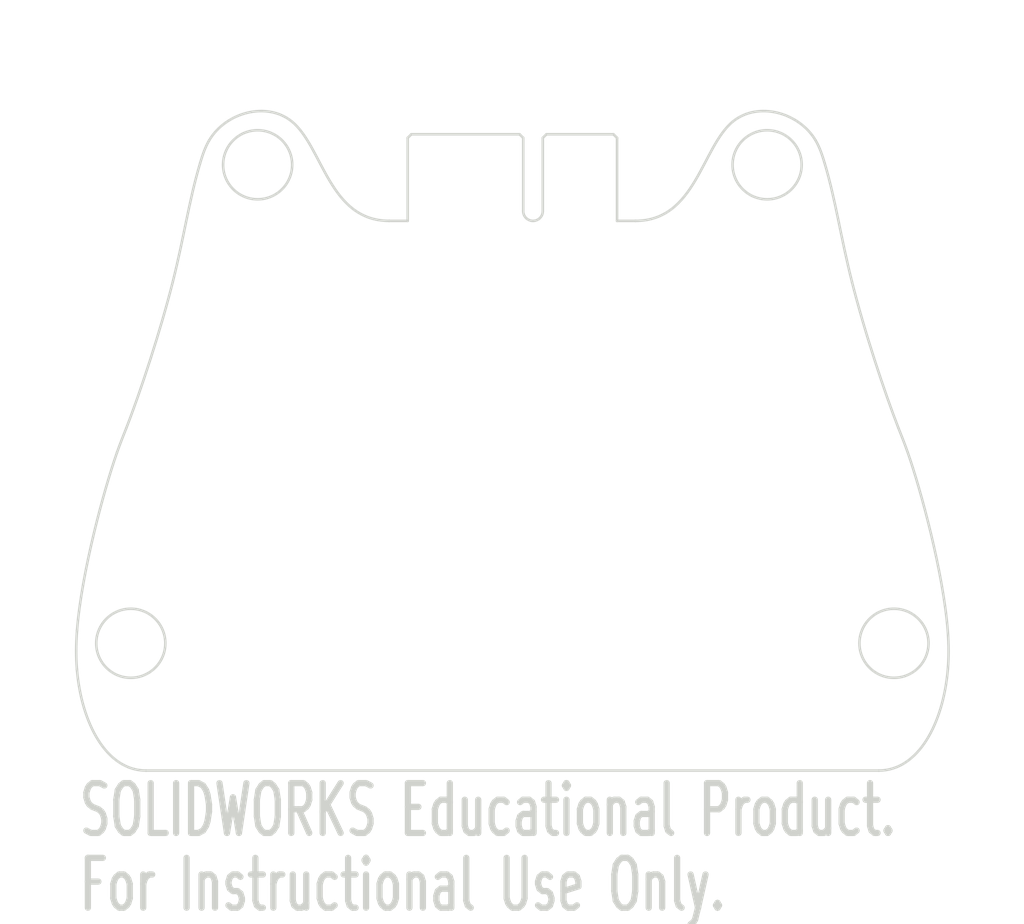
<source format=kicad_pcb>
(kicad_pcb
	(version 20240108)
	(generator "pcbnew")
	(generator_version "8.0")
	(general
		(thickness 1.6)
		(legacy_teardrops no)
	)
	(paper "A4")
	(layers
		(0 "F.Cu" signal)
		(31 "B.Cu" signal)
		(32 "B.Adhes" user "B.Adhesive")
		(33 "F.Adhes" user "F.Adhesive")
		(34 "B.Paste" user)
		(35 "F.Paste" user)
		(36 "B.SilkS" user "B.Silkscreen")
		(37 "F.SilkS" user "F.Silkscreen")
		(38 "B.Mask" user)
		(39 "F.Mask" user)
		(40 "Dwgs.User" user "User.Drawings")
		(41 "Cmts.User" user "User.Comments")
		(42 "Eco1.User" user "User.Eco1")
		(43 "Eco2.User" user "User.Eco2")
		(44 "Edge.Cuts" user)
		(45 "Margin" user)
		(46 "B.CrtYd" user "B.Courtyard")
		(47 "F.CrtYd" user "F.Courtyard")
		(48 "B.Fab" user)
		(49 "F.Fab" user)
		(50 "User.1" user)
		(51 "User.2" user)
		(52 "User.3" user)
		(53 "User.4" user)
		(54 "User.5" user)
		(55 "User.6" user)
		(56 "User.7" user)
		(57 "User.8" user)
		(58 "User.9" user)
	)
	(setup
		(pad_to_mask_clearance 0)
		(allow_soldermask_bridges_in_footprints no)
		(pcbplotparams
			(layerselection 0x00010fc_ffffffff)
			(plot_on_all_layers_selection 0x0000000_00000000)
			(disableapertmacros no)
			(usegerberextensions no)
			(usegerberattributes yes)
			(usegerberadvancedattributes yes)
			(creategerberjobfile yes)
			(dashed_line_dash_ratio 12.000000)
			(dashed_line_gap_ratio 3.000000)
			(svgprecision 4)
			(plotframeref no)
			(viasonmask no)
			(mode 1)
			(useauxorigin no)
			(hpglpennumber 1)
			(hpglpenspeed 20)
			(hpglpendiameter 15.000000)
			(pdf_front_fp_property_popups yes)
			(pdf_back_fp_property_popups yes)
			(dxfpolygonmode yes)
			(dxfimperialunits yes)
			(dxfusepcbnewfont yes)
			(psnegative no)
			(psa4output no)
			(plotreference yes)
			(plotvalue yes)
			(plotfptext yes)
			(plotinvisibletext no)
			(sketchpadsonfab no)
			(subtractmaskfromsilk no)
			(outputformat 1)
			(mirror no)
			(drillshape 1)
			(scaleselection 1)
			(outputdirectory "")
		)
	)
	(net 0 "")
	(gr_line
		(start 78.256146 46.196766)
		(end 106.256146 46.196766)
		(stroke
			(width 0.25)
			(type default)
		)
		(layer "Dwgs.User")
		(uuid "11fdd9f4-017a-4926-8d34-b84a073e2e0e")
	)
	(gr_arc
		(start 107.959426 55.095876)
		(mid 106.717433 53.989049)
		(end 106.256146 52.390666)
		(stroke
			(width 0.25)
			(type default)
		)
		(layer "Dwgs.User")
		(uuid "16d7e380-ef4e-4688-b626-267914b0f32a")
	)
	(gr_curve
		(pts
			(xy 61.169451 101.089575) (xy 61.169451 96.345441) (xy 55.926146 92.6009) (xy 55.926146 87.856766)
		)
		(stroke
			(width 0.25)
			(type default)
		)
		(layer "Dwgs.User")
		(uuid "1aec277e-9408-4bf7-a3e0-12ad67a82418")
	)
	(gr_line
		(start 123.342841 112.926766)
		(end 123.342841 101.089575)
		(stroke
			(width 0.25)
			(type default)
		)
		(layer "Dwgs.User")
		(uuid "33af84e5-4018-421f-abf0-6df3616583d4")
	)
	(gr_arc
		(start 55.926146 87.856766)
		(mid 61.512292 68.500001)
		(end 76.552866 55.095876)
		(stroke
			(width 0.25)
			(type default)
		)
		(layer "Dwgs.User")
		(uuid "4286895c-41d8-40e0-b2e8-f01ff1020678")
	)
	(gr_arc
		(start 107.959426 55.095876)
		(mid 123 68.5)
		(end 128.586146 87.856766)
		(stroke
			(width 0.25)
			(type default)
		)
		(layer "Dwgs.User")
		(uuid "438dc4de-9833-4666-9f6b-8b1a984f017e")
	)
	(gr_line
		(start 106.256146 52.390666)
		(end 106.256146 46.196766)
		(stroke
			(width 0.25)
			(type default)
		)
		(layer "Dwgs.User")
		(uuid "79c134f0-99c8-4139-be72-631ee21e1456")
	)
	(gr_curve
		(pts
			(xy 123.342841 101.089575) (xy 123.342841 96.345441) (xy 128.586146 92.6009) (xy 128.586146 87.856766)
		)
		(stroke
			(width 0.25)
			(type default)
		)
		(layer "Dwgs.User")
		(uuid "7bd8b693-8a05-40c1-8aea-afe131091f6e")
	)
	(gr_arc
		(start 78.256146 52.390566)
		(mid 77.794867 53.988999)
		(end 76.552866 55.095876)
		(stroke
			(width 0.25)
			(type default)
		)
		(layer "Dwgs.User")
		(uuid "86493eb9-998d-4698-a5bb-32b252c04e23")
	)
	(gr_line
		(start 61.169451 112.926766)
		(end 49.539452 112.926766)
		(stroke
			(width 0.25)
			(type default)
		)
		(layer "Dwgs.User")
		(uuid "8acb747b-1024-4671-aa66-f24ee9c2b44c")
	)
	(gr_line
		(start 78.256146 46.196766)
		(end 78.256146 52.390566)
		(stroke
			(width 0.25)
			(type default)
		)
		(layer "Dwgs.User")
		(uuid "b1f66bf9-6f1c-431e-a8a9-72730538adac")
	)
	(gr_line
		(start 61.169451 112.926766)
		(end 61.169451 101.089575)
		(stroke
			(width 0.25)
			(type default)
		)
		(layer "Dwgs.User")
		(uuid "b7eb02f8-5fb7-44f6-b229-bb58cb59febd")
	)
	(gr_line
		(start 123.342841 112.926766)
		(end 134.97284 112.926766)
		(stroke
			(width 0.25)
			(type default)
		)
		(layer "Dwgs.User")
		(uuid "be304844-29d5-44fb-8868-227a79662e72")
	)
	(gr_arc
		(start 49.539452 112.926766)
		(mid 92.256146 38.326767)
		(end 134.97284 112.926766)
		(stroke
			(width 0.25)
			(type default)
		)
		(layer "Dwgs.User")
		(uuid "f306c964-1c93-496e-b275-64e2f8f91d23")
	)
	(gr_curve
		(pts
			(xy 134.503539 103.149135) (xy 134.065386 108.358878) (xy 131.656331 112.957953) (xy 127.803044 112.957953)
		)
		(stroke
			(width 0.25)
			(type default)
		)
		(layer "Edge.Cuts")
		(uuid "0c6f142f-4d42-4a93-ab79-009782c23d55")
	)
	(gr_line
		(start 102.078591 51.227953)
		(end 95.585698 51.227953)
		(stroke
			(width 0.25)
			(type default)
		)
		(layer "Edge.Cuts")
		(uuid "12c510a6-0937-446a-b1ee-d4306ac90541")
	)
	(gr_curve
		(pts
			(xy 53.951575 82.084237) (xy 52.673107 85.735282) (xy 50.502943 93.766181) (xy 50.069056 99.372987)
		)
		(stroke
			(width 0.25)
			(type default)
		)
		(layer "Edge.Cuts")
		(uuid "16e238c8-3d35-4b5f-a125-aea8b9586657")
	)
	(gr_circle
		(center 129.282144 100.607953)
		(end 132.632144 100.607953)
		(stroke
			(width 0.25)
			(type default)
		)
		(fill none)
		(layer "Edge.Cuts")
		(uuid "18488621-b4f5-4a3c-8bec-126c31801721")
	)
	(gr_line
		(start 102.432144 51.581507)
		(end 102.078591 51.227953)
		(stroke
			(width 0.25)
			(type default)
		)
		(layer "Edge.Cuts")
		(uuid "21863cd8-8936-4dc6-9b07-d7152f75a162")
	)
	(gr_curve
		(pts
			(xy 50.069056 99.372987) (xy 49.963414 100.738119) (xy 49.960701 101.959547) (xy 50.060749 103.149135)
		)
		(stroke
			(width 0.25)
			(type default)
		)
		(layer "Edge.Cuts")
		(uuid "2a0c36fc-c775-48f5-8e5e-975be9f525bc")
	)
	(gr_curve
		(pts
			(xy 134.495232 99.372987) (xy 134.600874 100.738119) (xy 134.603587 101.959547) (xy 134.503539 103.149135)
		)
		(stroke
			(width 0.25)
			(type default)
		)
		(layer "Edge.Cuts")
		(uuid "56edfd27-3763-4087-9491-b0f3afc7bb18")
	)
	(gr_circle
		(center 55.282144 100.607953)
		(end 58.632144 100.607953)
		(stroke
			(width 0.25)
			(type default)
		)
		(fill none)
		(layer "Edge.Cuts")
		(uuid "621b8309-f8fc-4bab-aa33-c4e53991c65b")
	)
	(gr_line
		(start 82.132144 51.581507)
		(end 82.132144 59.627953)
		(stroke
			(width 0.25)
			(type default)
		)
		(layer "Edge.Cuts")
		(uuid "691ee174-d6e6-425f-bfe6-841233ac524c")
	)
	(gr_curve
		(pts
			(xy 104.222318 59.627953) (xy 110.052329 59.627953) (xy 110.65121 52.464372) (xy 113.652948 50)
		)
		(stroke
			(width 0.25)
			(type default)
		)
		(layer "Edge.Cuts")
		(uuid "6ea953e7-9cd2-4cb8-8f57-9d40ea847510")
	)
	(gr_curve
		(pts
			(xy 125.222983 65.598606) (xy 126.404611 70.293643) (xy 128.344428 76.209285) (xy 129.717095 79.733522)
		)
		(stroke
			(width 0.25)
			(type default)
		)
		(layer "Edge.Cuts")
		(uuid "70a56efb-90e9-4e93-a3ff-8fdba71eb71f")
	)
	(gr_curve
		(pts
			(xy 62.877328 51.82784) (xy 62.483843 52.496866) (xy 62.232234 53.264973) (xy 62.008186 54.01973)
		)
		(stroke
			(width 0.25)
			(type default)
		)
		(layer "Edge.Cuts")
		(uuid "81230cea-f8e1-4693-b076-4f8b5b31df00")
	)
	(gr_line
		(start 95.232144 51.581507)
		(end 95.232144 58.687043)
		(stroke
			(width 0.25)
			(type default)
		)
		(layer "Edge.Cuts")
		(uuid "824c2489-38da-4556-ac84-8f1549adc825")
	)
	(gr_curve
		(pts
			(xy 129.717095 79.733522) (xy 130.013576 80.494717) (xy 130.283599 81.144351) (xy 130.612714 82.084237)
		)
		(stroke
			(width 0.25)
			(type default)
		)
		(layer "Edge.Cuts")
		(uuid "852aafc5-7aa9-419e-8b84-9563af100d71")
	)
	(gr_curve
		(pts
			(xy 122.556103 54.01973) (xy 123.654337 57.719382) (xy 124.090354 61.098257) (xy 125.222983 65.598606)
		)
		(stroke
			(width 0.25)
			(type default)
		)
		(layer "Edge.Cuts")
		(uuid "895ac716-f7bb-4cc7-b5da-30df96e050ab")
	)
	(gr_curve
		(pts
			(xy 80.34197 59.627953) (xy 74.51196 59.627953) (xy 73.913079 52.464372) (xy 70.91134 50)
		)
		(stroke
			(width 0.25)
			(type default)
		)
		(layer "Edge.Cuts")
		(uuid "959ecb47-89ab-43bc-bfce-aeaea9ac84b7")
	)
	(gr_line
		(start 102.432144 59.627953)
		(end 104.222318 59.627953)
		(stroke
			(width 0.25)
			(type default)
		)
		(layer "Edge.Cuts")
		(uuid "962de725-7de0-4baa-87c4-58b4b9e82805")
	)
	(gr_curve
		(pts
			(xy 50.060749 103.149135) (xy 50.498902 108.358878) (xy 52.907958 112.957953) (xy 56.761245 112.957953)
		)
		(stroke
			(width 0.25)
			(type default)
		)
		(layer "Edge.Cuts")
		(uuid "97e932c8-5544-4df3-b98d-eca5062cce33")
	)
	(gr_circle
		(center 67.582144 54.187953)
		(end 70.932144 54.187953)
		(stroke
			(width 0.25)
			(type default)
		)
		(fill none)
		(layer "Edge.Cuts")
		(uuid "98d1e0e7-68b7-49ff-b1e0-9f23e255bf09")
	)
	(gr_line
		(start 95.585698 51.227953)
		(end 95.232144 51.581507)
		(stroke
			(width 0.25)
			(type default)
		)
		(layer "Edge.Cuts")
		(uuid "9e4ceb74-790b-4120-a9aa-6cffe2bcdfb1")
	)
	(gr_line
		(start 92.978591 51.227953)
		(end 82.485698 51.227953)
		(stroke
			(width 0.25)
			(type default)
		)
		(layer "Edge.Cuts")
		(uuid "a8c58efd-4c3c-4d65-99e6-f9e9f27330c8")
	)
	(gr_line
		(start 82.485698 51.227953)
		(end 82.132144 51.581507)
		(stroke
			(width 0.25)
			(type default)
		)
		(layer "Edge.Cuts")
		(uuid "a8c6deee-ee27-473a-ac18-371245793909")
	)
	(gr_curve
		(pts
			(xy 62.008186 54.01973) (xy 60.909951 57.719382) (xy 60.473935 61.098257) (xy 59.341305 65.598606)
		)
		(stroke
			(width 0.25)
			(type default)
		)
		(layer "Edge.Cuts")
		(uuid "a921c052-64eb-4078-b25c-84b10ab1f31a")
	)
	(gr_curve
		(pts
			(xy 59.341305 65.598606) (xy 58.159677 70.293643) (xy 56.21986 76.209285) (xy 54.847193 79.733522)
		)
		(stroke
			(width 0.25)
			(type default)
		)
		(layer "Edge.Cuts")
		(uuid "b10754db-9aa5-44fd-8e8f-d91d262811f1")
	)
	(gr_line
		(start 82.132144 59.627953)
		(end 80.34197 59.627953)
		(stroke
			(width 0.25)
			(type default)
		)
		(layer "Edge.Cuts")
		(uuid "b66cdade-408a-4ff8-9e96-0a32b853193b")
	)
	(gr_arc
		(start 95.232144 58.687043)
		(mid 94.282144 59.627953)
		(end 93.332144 58.662367)
		(stroke
			(width 0.25)
			(type default)
		)
		(layer "Edge.Cuts")
		(uuid "b7f15df8-9e62-4952-aceb-54251330dc43")
	)
	(gr_curve
		(pts
			(xy 54.847193 79.733522) (xy 54.550712 80.494717) (xy 54.28069 81.144351) (xy 53.951575 82.084237)
		)
		(stroke
			(width 0.25)
			(type default)
		)
		(layer "Edge.Cuts")
		(uuid "bbf80e4a-1527-4e3f-a6a9-4a4541874c9b")
	)
	(gr_curve
		(pts
			(xy 70.91134 50) (xy 68.485366 48.008319) (xy 64.489915 49.086026) (xy 62.877328 51.82784)
		)
		(stroke
			(width 0.25)
			(type default)
		)
		(layer "Edge.Cuts")
		(uuid "c3e2796b-f46a-4b01-abbe-2ed26b565d2d")
	)
	(gr_line
		(start 93.332144 51.581507)
		(end 92.978591 51.227953)
		(stroke
			(width 0.25)
			(type default)
		)
		(layer "Edge.Cuts")
		(uuid "c94c475a-7686-482f-8962-6deca6aaf591")
	)
	(gr_curve
		(pts
			(xy 121.686961 51.82784) (xy 122.080446 52.496866) (xy 122.332055 53.264973) (xy 122.556103 54.01973)
		)
		(stroke
			(width 0.25)
			(type default)
		)
		(layer "Edge.Cuts")
		(uuid "cc60a158-37b2-4b24-a289-57bbd56d38a5")
	)
	(gr_curve
		(pts
			(xy 113.652948 50) (xy 116.078922 48.008319) (xy 120.074373 49.086026) (xy 121.686961 51.82784)
		)
		(stroke
			(width 0.25)
			(type default)
		)
		(layer "Edge.Cuts")
		(uuid "cdf978c1-e8b1-4aa8-a030-7415024ec3f5")
	)
	(gr_circle
		(center 116.982144 54.187953)
		(end 120.332144 54.187953)
		(stroke
			(width 0.25)
			(type default)
		)
		(fill none)
		(layer "Edge.Cuts")
		(uuid "e2e57149-0bb3-48cc-92cc-2b3e8d899155")
	)
	(gr_line
		(start 56.761245 112.957953)
		(end 127.803044 112.957953)
		(stroke
			(width 0.25)
			(type default)
		)
		(layer "Edge.Cuts")
		(uuid "ea66f094-1b0a-42d5-9bec-0798212da83e")
	)
	(gr_curve
		(pts
			(xy 130.612714 82.084237) (xy 131.891181 85.735282) (xy 134.061345 93.766181) (xy 134.495232 99.372987)
		)
		(stroke
			(width 0.25)
			(type default)
		)
		(layer "Edge.Cuts")
		(uuid "ed49f6c8-c18a-4c47-b683-8f9c302b64ca")
	)
	(gr_line
		(start 93.332144 58.662367)
		(end 93.332144 51.581507)
		(stroke
			(width 0.25)
			(type default)
		)
		(layer "Edge.Cuts")
		(uuid "f44b65bf-f482-4371-abbe-0999e348f793")
	)
	(gr_line
		(start 102.432144 59.627953)
		(end 102.432144 51.581507)
		(stroke
			(width 0.25)
			(type default)
		)
		(layer "Edge.Cuts")
		(uuid "fb206a40-2629-4ac7-b704-0917e6f5a39c")
	)
	(gr_text "SOLIDWORKS Educational Product."
		(at 42.726146 113.946332 0)
		(layer "Dwgs.User")
		(uuid "5e6440bb-d382-4359-97a8-54901aa270e4")
		(effects
			(font
				(size 4.83362 3.04518)
				(thickness 0.604202)
			)
			(justify left top)
		)
	)
	(gr_text "For Instructional Use Only."
		(at 42.726146 121.196762 0)
		(layer "Dwgs.User")
		(uuid "a32e9e1f-c13d-487f-8b02-ff34bc4f1c38")
		(effects
			(font
				(size 4.83362 3.04518)
				(thickness 0.604202)
			)
			(justify left top)
		)
	)
	(gr_text "SOLIDWORKS Educational Product."
		(at 50 113.97752 0)
		(layer "Edge.Cuts")
		(uuid "7dd24c3e-6bce-424c-900f-5a0b9b2e5369")
		(effects
			(font
				(size 4.83362 3.04518)
				(thickness 0.604202)
			)
			(justify left top)
		)
	)
	(gr_text "For Instructional Use Only."
		(at 50 121.22795 0)
		(layer "Edge.Cuts")
		(uuid "9982b7e7-0abb-4c7c-a81d-352e762c72b4")
		(effects
			(font
				(size 4.83362 3.04518)
				(thickness 0.604202)
			)
			(justify left top)
		)
	)
	(group ""
		(uuid "c5feb035-3bf0-41da-ac97-17e326f62c46")
		(members "11fdd9f4-017a-4926-8d34-b84a073e2e0e" "16d7e380-ef4e-4688-b626-267914b0f32a"
			"1aec277e-9408-4bf7-a3e0-12ad67a82418" "33af84e5-4018-421f-abf0-6df3616583d4"
			"4286895c-41d8-40e0-b2e8-f01ff1020678" "438dc4de-9833-4666-9f6b-8b1a984f017e"
			"5e6440bb-d382-4359-97a8-54901aa270e4" "79c134f0-99c8-4139-be72-631ee21e1456"
			"7bd8b693-8a05-40c1-8aea-afe131091f6e" "86493eb9-998d-4698-a5bb-32b252c04e23"
			"8acb747b-1024-4671-aa66-f24ee9c2b44c" "a32e9e1f-c13d-487f-8b02-ff34bc4f1c38"
			"b1f66bf9-6f1c-431e-a8a9-72730538adac" "b7eb02f8-5fb7-44f6-b229-bb58cb59febd"
			"be304844-29d5-44fb-8868-227a79662e72" "f306c964-1c93-496e-b275-64e2f8f91d23"
		)
	)
	(group ""
		(uuid "bd41efd6-97fa-4f8e-97e6-0ef9462d5f44")
		(members "0c6f142f-4d42-4a93-ab79-009782c23d55" "12c510a6-0937-446a-b1ee-d4306ac90541"
			"16e238c8-3d35-4b5f-a125-aea8b9586657" "18488621-b4f5-4a3c-8bec-126c31801721"
			"21863cd8-8936-4dc6-9b07-d7152f75a162" "2a0c36fc-c775-48f5-8e5e-975be9f525bc"
			"56edfd27-3763-4087-9491-b0f3afc7bb18" "621b8309-f8fc-4bab-aa33-c4e53991c65b"
			"691ee174-d6e6-425f-bfe6-841233ac524c" "6ea953e7-9cd2-4cb8-8f57-9d40ea847510"
			"70a56efb-90e9-4e93-a3ff-8fdba71eb71f" "7dd24c3e-6bce-424c-900f-5a0b9b2e5369"
			"81230cea-f8e1-4693-b076-4f8b5b31df00" "824c2489-38da-4556-ac84-8f1549adc825"
			"852aafc5-7aa9-419e-8b84-9563af100d71" "895ac716-f7bb-4cc7-b5da-30df96e050ab"
			"959ecb47-89ab-43bc-bfce-aeaea9ac84b7" "962de725-7de0-4baa-87c4-58b4b9e82805"
			"97e932c8-5544-4df3-b98d-eca5062cce33" "98d1e0e7-68b7-49ff-b1e0-9f23e255bf09"
			"9982b7e7-0abb-4c7c-a81d-352e762c72b4" "9e4ceb74-790b-4120-a9aa-6cffe2bcdfb1"
			"a8c58efd-4c3c-4d65-99e6-f9e9f27330c8" "a8c6deee-ee27-473a-ac18-371245793909"
			"a921c052-64eb-4078-b25c-84b10ab1f31a" "b10754db-9aa5-44fd-8e8f-d91d262811f1"
			"b66cdade-408a-4ff8-9e96-0a32b853193b" "b7f15df8-9e62-4952-aceb-54251330dc43"
			"bbf80e4a-1527-4e3f-a6a9-4a4541874c9b" "c3e2796b-f46a-4b01-abbe-2ed26b565d2d"
			"c94c475a-7686-482f-8962-6deca6aaf591" "cc60a158-37b2-4b24-a289-57bbd56d38a5"
			"cdf978c1-e8b1-4aa8-a030-7415024ec3f5" "e2e57149-0bb3-48cc-92cc-2b3e8d899155"
			"ea66f094-1b0a-42d5-9bec-0798212da83e" "ed49f6c8-c18a-4c47-b683-8f9c302b64ca"
			"f44b65bf-f482-4371-abbe-0999e348f793" "fb206a40-2629-4ac7-b704-0917e6f5a39c"
		)
	)
)

</source>
